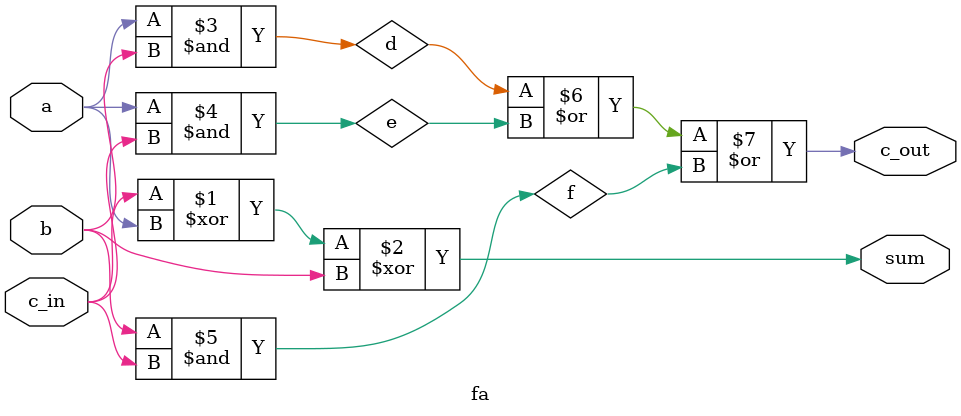
<source format=v>
module fa(c_out,sum,c_in,a,b);
  output c_out,sum;
  input c_in,a,b;

  /*to do*/
	wire c_in,a,b;
	wire c_out,sum;
	wire d,e,f;

	xor(sum,c_in,a,b);
	and(d,a,b);
	and(e,a,c_in);
	and(f,b,c_in);
	or(c_out,d,e,f);
endmodule

</source>
